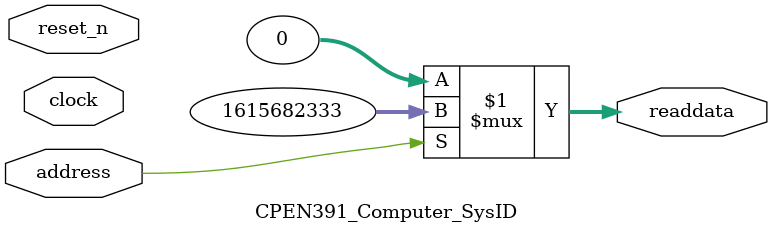
<source format=v>



// synthesis translate_off
`timescale 1ns / 1ps
// synthesis translate_on

// turn off superfluous verilog processor warnings 
// altera message_level Level1 
// altera message_off 10034 10035 10036 10037 10230 10240 10030 

module CPEN391_Computer_SysID (
               // inputs:
                address,
                clock,
                reset_n,

               // outputs:
                readdata
             )
;

  output  [ 31: 0] readdata;
  input            address;
  input            clock;
  input            reset_n;

  wire    [ 31: 0] readdata;
  //control_slave, which is an e_avalon_slave
  assign readdata = address ? 1615682333 : 0;

endmodule



</source>
